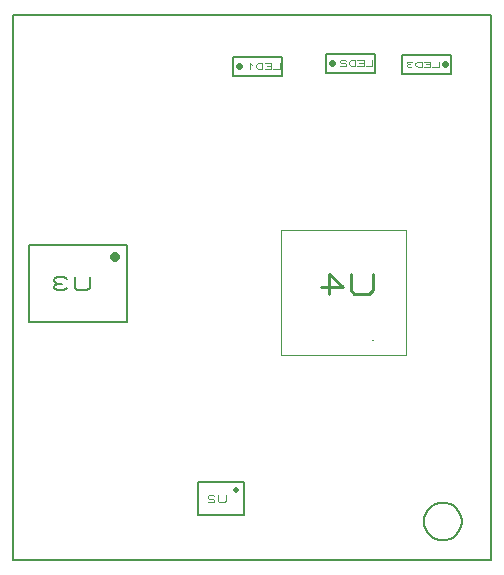
<source format=gbr>
G04 PROTEUS GERBER X2 FILE*
%TF.GenerationSoftware,Labcenter,Proteus,8.17-SP2-Build37159*%
%TF.CreationDate,2024-05-15T17:06:41+00:00*%
%TF.FileFunction,AssemblyDrawing,Bot*%
%TF.FilePolarity,Positive*%
%TF.Part,Single*%
%TF.SameCoordinates,{8e856c1c-122a-437a-bfc2-24db689c5e76}*%
%FSLAX45Y45*%
%MOMM*%
G01*
%TA.AperFunction,Profile*%
%ADD21C,0.150000*%
%TA.AperFunction,Material*%
%ADD68C,0.050000*%
%ADD31C,0.200000*%
%ADD87C,0.279000*%
%ADD30C,0.150000*%
%ADD79C,0.812800*%
%ADD88C,0.189940*%
%ADD89C,0.502920*%
%ADD90C,0.094140*%
%ADD91C,0.609600*%
%ADD92C,0.080070*%
%TD.AperFunction*%
D21*
X-2010000Y-2260000D02*
X+2040000Y-2260000D01*
X+2040000Y+2360000D01*
X-2010000Y+2360000D01*
X-2010000Y-2260000D01*
D68*
X+1318000Y-520000D02*
X+258000Y-520000D01*
X+258000Y+540000D01*
X+1318000Y+540000D01*
X+1318000Y-520000D01*
D31*
X+1038000Y-390000D02*
X+1038000Y-390000D01*
D87*
X+1039100Y+164950D02*
X+1039100Y+25450D01*
X+1007713Y-2450D01*
X+882163Y-2450D01*
X+850775Y+25450D01*
X+850775Y+164950D01*
X+599675Y+53350D02*
X+788000Y+53350D01*
X+662450Y+164950D01*
X+662450Y-2450D01*
D30*
X-1876520Y-243460D02*
X-1043400Y-243460D01*
X-1043400Y+411620D01*
X-1876520Y+411620D01*
X-1876520Y-243460D01*
D79*
X-1145000Y+310140D02*
X-1145000Y+310140D01*
D88*
X-1360126Y+141065D02*
X-1360126Y+46090D01*
X-1381495Y+27095D01*
X-1466972Y+27095D01*
X-1488341Y+46090D01*
X-1488341Y+141065D01*
X-1552449Y+122070D02*
X-1573818Y+141065D01*
X-1637926Y+141065D01*
X-1659295Y+122070D01*
X-1659295Y+103075D01*
X-1637926Y+84080D01*
X-1659295Y+65085D01*
X-1659295Y+46090D01*
X-1637926Y+27095D01*
X-1573818Y+27095D01*
X-1552449Y+46090D01*
X-1595187Y+84080D02*
X-1637926Y+84080D01*
D30*
X-442580Y-1877900D02*
X-56500Y-1877900D01*
X-56500Y-1595960D01*
X-442580Y-1595960D01*
X-442580Y-1877900D01*
D89*
X-120000Y-1662000D02*
X-120000Y-1662000D01*
D90*
X-209134Y-1708687D02*
X-209134Y-1755759D01*
X-219725Y-1765174D01*
X-262089Y-1765174D01*
X-272680Y-1755759D01*
X-272680Y-1708687D01*
X-304454Y-1718102D02*
X-315045Y-1708687D01*
X-346818Y-1708687D01*
X-357409Y-1718102D01*
X-357409Y-1727516D01*
X-346818Y-1736930D01*
X-315045Y-1736930D01*
X-304454Y-1746345D01*
X-304454Y-1765174D01*
X-357409Y-1765174D01*
D30*
X-145760Y+1843840D02*
X+270800Y+1843840D01*
X+270800Y+2006160D01*
X-145760Y+2006160D01*
X-145760Y+1843840D01*
D91*
X-94960Y+1925000D02*
X-94960Y+1925000D01*
D92*
X+247286Y+1949021D02*
X+247286Y+1900979D01*
X+193239Y+1900979D01*
X+121176Y+1900979D02*
X+175223Y+1900979D01*
X+175223Y+1949021D01*
X+121176Y+1949021D01*
X+175223Y+1925000D02*
X+139192Y+1925000D01*
X+103160Y+1900979D02*
X+103160Y+1949021D01*
X+67129Y+1949021D01*
X+49113Y+1933007D01*
X+49113Y+1916993D01*
X+67129Y+1900979D01*
X+103160Y+1900979D01*
X+13082Y+1933007D02*
X-4934Y+1949021D01*
X-4934Y+1900979D01*
D30*
X+639200Y+1868840D02*
X+1055760Y+1868840D01*
X+1055760Y+2031160D01*
X+639200Y+2031160D01*
X+639200Y+1868840D01*
D91*
X+690000Y+1950000D02*
X+690000Y+1950000D01*
D92*
X+1032246Y+1974021D02*
X+1032246Y+1925979D01*
X+978199Y+1925979D01*
X+906136Y+1925979D02*
X+960183Y+1925979D01*
X+960183Y+1974021D01*
X+906136Y+1974021D01*
X+960183Y+1950000D02*
X+924152Y+1950000D01*
X+888120Y+1925979D02*
X+888120Y+1974021D01*
X+852089Y+1974021D01*
X+834073Y+1958007D01*
X+834073Y+1941993D01*
X+852089Y+1925979D01*
X+888120Y+1925979D01*
X+807050Y+1966014D02*
X+798042Y+1974021D01*
X+771018Y+1974021D01*
X+762010Y+1966014D01*
X+762010Y+1958007D01*
X+771018Y+1950000D01*
X+798042Y+1950000D01*
X+807050Y+1941993D01*
X+807050Y+1925979D01*
X+762010Y+1925979D01*
D30*
X+1284240Y+1858840D02*
X+1700800Y+1858840D01*
X+1700800Y+2021160D01*
X+1284240Y+2021160D01*
X+1284240Y+1858840D01*
D91*
X+1650000Y+1940000D02*
X+1650000Y+1940000D01*
D92*
X+1596006Y+1964021D02*
X+1596006Y+1915979D01*
X+1541959Y+1915979D01*
X+1469896Y+1915979D02*
X+1523943Y+1915979D01*
X+1523943Y+1964021D01*
X+1469896Y+1964021D01*
X+1523943Y+1940000D02*
X+1487912Y+1940000D01*
X+1451880Y+1915979D02*
X+1451880Y+1964021D01*
X+1415849Y+1964021D01*
X+1397833Y+1948007D01*
X+1397833Y+1931993D01*
X+1415849Y+1915979D01*
X+1451880Y+1915979D01*
X+1370810Y+1956014D02*
X+1361802Y+1964021D01*
X+1334778Y+1964021D01*
X+1325770Y+1956014D01*
X+1325770Y+1948007D01*
X+1334778Y+1940000D01*
X+1325770Y+1931993D01*
X+1325770Y+1923986D01*
X+1334778Y+1915979D01*
X+1361802Y+1915979D01*
X+1370810Y+1923986D01*
X+1352794Y+1940000D02*
X+1334778Y+1940000D01*
D21*
X+1790312Y-1930000D02*
X+1789777Y-1916917D01*
X+1785433Y-1890749D01*
X+1776357Y-1864581D01*
X+1761574Y-1838413D01*
X+1738960Y-1812409D01*
X+1712792Y-1792721D01*
X+1686624Y-1780021D01*
X+1660456Y-1772608D01*
X+1634288Y-1769745D01*
X+1630000Y-1769688D01*
X+1469688Y-1930000D02*
X+1470223Y-1916917D01*
X+1474567Y-1890749D01*
X+1483643Y-1864581D01*
X+1498426Y-1838413D01*
X+1521040Y-1812409D01*
X+1547208Y-1792721D01*
X+1573376Y-1780021D01*
X+1599544Y-1772608D01*
X+1625712Y-1769745D01*
X+1630000Y-1769688D01*
X+1469688Y-1930000D02*
X+1470223Y-1943083D01*
X+1474567Y-1969251D01*
X+1483643Y-1995419D01*
X+1498426Y-2021587D01*
X+1521040Y-2047591D01*
X+1547208Y-2067279D01*
X+1573376Y-2079979D01*
X+1599544Y-2087392D01*
X+1625712Y-2090255D01*
X+1630000Y-2090312D01*
X+1790312Y-1930000D02*
X+1789777Y-1943083D01*
X+1785433Y-1969251D01*
X+1776357Y-1995419D01*
X+1761574Y-2021587D01*
X+1738960Y-2047591D01*
X+1712792Y-2067279D01*
X+1686624Y-2079979D01*
X+1660456Y-2087392D01*
X+1634288Y-2090255D01*
X+1630000Y-2090312D01*
M02*

</source>
